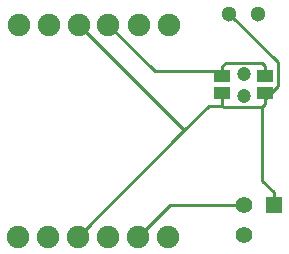
<source format=gtl>
G04 (created by PCBNEW (2013-07-07 BZR 4022)-stable) date 11/5/2013 12:09:03 AM*
%MOIN*%
G04 Gerber Fmt 3.4, Leading zero omitted, Abs format*
%FSLAX34Y34*%
G01*
G70*
G90*
G04 APERTURE LIST*
%ADD10C,0.00590551*%
%ADD11R,0.055X0.055*%
%ADD12C,0.055*%
%ADD13C,0.075*%
%ADD14C,0.0511811*%
%ADD15R,0.0551181X0.0413386*%
%ADD16C,0.0472441*%
%ADD17C,0.01*%
G04 APERTURE END LIST*
G54D10*
G54D11*
X88000Y-57000D03*
G54D12*
X87000Y-57000D03*
X87000Y-58000D03*
G54D13*
X79500Y-51000D03*
X80500Y-51000D03*
X81500Y-51000D03*
X82492Y-51000D03*
X83496Y-51000D03*
X84500Y-51000D03*
G54D14*
X86507Y-50622D03*
X87492Y-50622D03*
G54D13*
X79480Y-58059D03*
X80480Y-58059D03*
X81480Y-58059D03*
X82472Y-58059D03*
X83476Y-58059D03*
X84480Y-58059D03*
G54D15*
X87708Y-52714D03*
X86291Y-52714D03*
X86291Y-53285D03*
X87708Y-53285D03*
G54D16*
X87000Y-52645D03*
X87000Y-53354D03*
G54D17*
X87708Y-53285D02*
X87708Y-53463D01*
X87708Y-53463D02*
X87708Y-53642D01*
X88134Y-52248D02*
X86507Y-50622D01*
X88134Y-53038D02*
X88134Y-52248D01*
X87708Y-53463D02*
X88134Y-53038D01*
X86291Y-53285D02*
X86291Y-53642D01*
X87620Y-53730D02*
X87620Y-53751D01*
X87708Y-53642D02*
X87620Y-53730D01*
X87620Y-56195D02*
X88000Y-56574D01*
X87620Y-53751D02*
X87620Y-56195D01*
X88000Y-57000D02*
X88000Y-56574D01*
X86291Y-53697D02*
X86291Y-53642D01*
X86346Y-53751D02*
X86291Y-53697D01*
X87620Y-53751D02*
X86346Y-53751D01*
X85019Y-54519D02*
X81500Y-51000D01*
X85842Y-53697D02*
X85019Y-54519D01*
X86291Y-53697D02*
X85842Y-53697D01*
X85019Y-54519D02*
X81480Y-58059D01*
X87604Y-52253D02*
X87708Y-52357D01*
X86395Y-52253D02*
X87604Y-52253D01*
X86291Y-52357D02*
X86395Y-52253D01*
X87708Y-52714D02*
X87708Y-52357D01*
X86291Y-52714D02*
X86291Y-52536D01*
X86291Y-52536D02*
X86291Y-52357D01*
X84028Y-52536D02*
X82492Y-51000D01*
X86291Y-52536D02*
X84028Y-52536D01*
X84535Y-57000D02*
X87000Y-57000D01*
X83476Y-58059D02*
X84535Y-57000D01*
M02*

</source>
